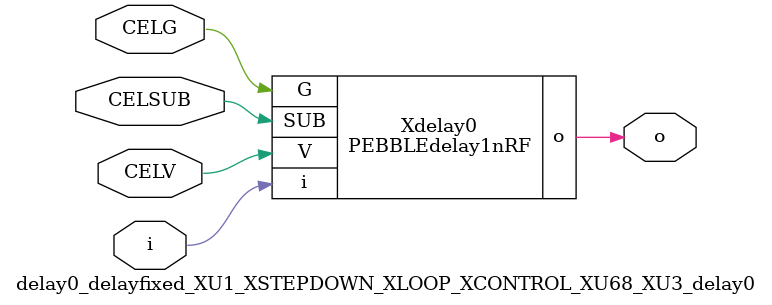
<source format=v>



module PEBBLEdelay1nRF ( o, V, G, i, SUB );

  input V;
  input i;
  input G;
  output o;
  input SUB;
endmodule

//Celera Confidential Do Not Copy delay0_delayfixed_XU1_XSTEPDOWN_XLOOP_XCONTROL_XU68_XU3_delay0
//TYPE: fixed 1ns
module delay0_delayfixed_XU1_XSTEPDOWN_XLOOP_XCONTROL_XU68_XU3_delay0 (i, CELV, o,
CELG,CELSUB);
input CELV;
input i;
output o;
input CELSUB;
input CELG;

//Celera Confidential Do Not Copy delayfast0
PEBBLEdelay1nRF Xdelay0(
.V (CELV),
.i (i),
.o (o),
.G (CELG),
.SUB (CELSUB)
);
//,diesize,PEBBLEdelay1nRF

//Celera Confidential Do Not Copy Module End
//Celera Schematic Generator
endmodule

</source>
